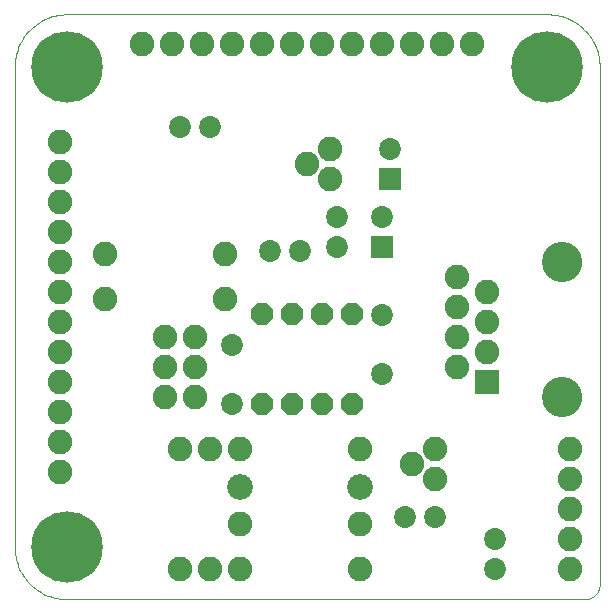
<source format=gbs>
G75*
G70*
%OFA0B0*%
%FSLAX24Y24*%
%IPPOS*%
%LPD*%
%AMOC8*
5,1,8,0,0,1.08239X$1,22.5*
%
%ADD10C,0.0000*%
%ADD11C,0.0820*%
%ADD12R,0.0820X0.0820*%
%ADD13C,0.1340*%
%ADD14C,0.0730*%
%ADD15C,0.2380*%
%ADD16OC8,0.0710*%
%ADD17R,0.0730X0.0730*%
%ADD18C,0.0860*%
D10*
X002925Y001175D02*
X020175Y001175D01*
X020219Y001177D01*
X020262Y001183D01*
X020304Y001192D01*
X020346Y001205D01*
X020386Y001222D01*
X020425Y001242D01*
X020462Y001265D01*
X020496Y001292D01*
X020529Y001321D01*
X020558Y001354D01*
X020585Y001388D01*
X020608Y001425D01*
X020628Y001464D01*
X020645Y001504D01*
X020658Y001546D01*
X020667Y001588D01*
X020673Y001631D01*
X020675Y001675D01*
X020675Y018925D01*
X020673Y019008D01*
X020667Y019091D01*
X020657Y019174D01*
X020643Y019256D01*
X020626Y019338D01*
X020604Y019418D01*
X020579Y019497D01*
X020550Y019575D01*
X020517Y019652D01*
X020480Y019727D01*
X020441Y019800D01*
X020397Y019871D01*
X020351Y019940D01*
X020301Y020007D01*
X020248Y020071D01*
X020192Y020133D01*
X020133Y020192D01*
X020071Y020248D01*
X020007Y020301D01*
X019940Y020351D01*
X019871Y020397D01*
X019800Y020441D01*
X019727Y020480D01*
X019652Y020517D01*
X019575Y020550D01*
X019497Y020579D01*
X019418Y020604D01*
X019338Y020626D01*
X019256Y020643D01*
X019174Y020657D01*
X019091Y020667D01*
X019008Y020673D01*
X018925Y020675D01*
X002925Y020675D01*
X002842Y020673D01*
X002759Y020667D01*
X002676Y020657D01*
X002594Y020643D01*
X002512Y020626D01*
X002432Y020604D01*
X002353Y020579D01*
X002275Y020550D01*
X002198Y020517D01*
X002123Y020480D01*
X002050Y020441D01*
X001979Y020397D01*
X001910Y020351D01*
X001843Y020301D01*
X001779Y020248D01*
X001717Y020192D01*
X001658Y020133D01*
X001602Y020071D01*
X001549Y020007D01*
X001499Y019940D01*
X001453Y019871D01*
X001409Y019800D01*
X001370Y019727D01*
X001333Y019652D01*
X001300Y019575D01*
X001271Y019497D01*
X001246Y019418D01*
X001224Y019338D01*
X001207Y019256D01*
X001193Y019174D01*
X001183Y019091D01*
X001177Y019008D01*
X001175Y018925D01*
X001175Y002925D01*
X001177Y002842D01*
X001183Y002759D01*
X001193Y002676D01*
X001207Y002594D01*
X001224Y002512D01*
X001246Y002432D01*
X001271Y002353D01*
X001300Y002275D01*
X001333Y002198D01*
X001370Y002123D01*
X001409Y002050D01*
X001453Y001979D01*
X001499Y001910D01*
X001549Y001843D01*
X001602Y001779D01*
X001658Y001717D01*
X001717Y001658D01*
X001779Y001602D01*
X001843Y001549D01*
X001910Y001499D01*
X001979Y001453D01*
X002050Y001409D01*
X002123Y001370D01*
X002198Y001333D01*
X002275Y001300D01*
X002353Y001271D01*
X002432Y001246D01*
X002512Y001224D01*
X002594Y001207D01*
X002676Y001193D01*
X002759Y001183D01*
X002842Y001177D01*
X002925Y001175D01*
X018795Y007925D02*
X018797Y007975D01*
X018803Y008025D01*
X018813Y008074D01*
X018827Y008122D01*
X018844Y008169D01*
X018865Y008214D01*
X018890Y008258D01*
X018918Y008299D01*
X018950Y008338D01*
X018984Y008375D01*
X019021Y008409D01*
X019061Y008439D01*
X019103Y008466D01*
X019147Y008490D01*
X019193Y008511D01*
X019240Y008527D01*
X019288Y008540D01*
X019338Y008549D01*
X019387Y008554D01*
X019438Y008555D01*
X019488Y008552D01*
X019537Y008545D01*
X019586Y008534D01*
X019634Y008519D01*
X019680Y008501D01*
X019725Y008479D01*
X019768Y008453D01*
X019809Y008424D01*
X019848Y008392D01*
X019884Y008357D01*
X019916Y008319D01*
X019946Y008279D01*
X019973Y008236D01*
X019996Y008192D01*
X020015Y008146D01*
X020031Y008098D01*
X020043Y008049D01*
X020051Y008000D01*
X020055Y007950D01*
X020055Y007900D01*
X020051Y007850D01*
X020043Y007801D01*
X020031Y007752D01*
X020015Y007704D01*
X019996Y007658D01*
X019973Y007614D01*
X019946Y007571D01*
X019916Y007531D01*
X019884Y007493D01*
X019848Y007458D01*
X019809Y007426D01*
X019768Y007397D01*
X019725Y007371D01*
X019680Y007349D01*
X019634Y007331D01*
X019586Y007316D01*
X019537Y007305D01*
X019488Y007298D01*
X019438Y007295D01*
X019387Y007296D01*
X019338Y007301D01*
X019288Y007310D01*
X019240Y007323D01*
X019193Y007339D01*
X019147Y007360D01*
X019103Y007384D01*
X019061Y007411D01*
X019021Y007441D01*
X018984Y007475D01*
X018950Y007512D01*
X018918Y007551D01*
X018890Y007592D01*
X018865Y007636D01*
X018844Y007681D01*
X018827Y007728D01*
X018813Y007776D01*
X018803Y007825D01*
X018797Y007875D01*
X018795Y007925D01*
X018795Y012425D02*
X018797Y012475D01*
X018803Y012525D01*
X018813Y012574D01*
X018827Y012622D01*
X018844Y012669D01*
X018865Y012714D01*
X018890Y012758D01*
X018918Y012799D01*
X018950Y012838D01*
X018984Y012875D01*
X019021Y012909D01*
X019061Y012939D01*
X019103Y012966D01*
X019147Y012990D01*
X019193Y013011D01*
X019240Y013027D01*
X019288Y013040D01*
X019338Y013049D01*
X019387Y013054D01*
X019438Y013055D01*
X019488Y013052D01*
X019537Y013045D01*
X019586Y013034D01*
X019634Y013019D01*
X019680Y013001D01*
X019725Y012979D01*
X019768Y012953D01*
X019809Y012924D01*
X019848Y012892D01*
X019884Y012857D01*
X019916Y012819D01*
X019946Y012779D01*
X019973Y012736D01*
X019996Y012692D01*
X020015Y012646D01*
X020031Y012598D01*
X020043Y012549D01*
X020051Y012500D01*
X020055Y012450D01*
X020055Y012400D01*
X020051Y012350D01*
X020043Y012301D01*
X020031Y012252D01*
X020015Y012204D01*
X019996Y012158D01*
X019973Y012114D01*
X019946Y012071D01*
X019916Y012031D01*
X019884Y011993D01*
X019848Y011958D01*
X019809Y011926D01*
X019768Y011897D01*
X019725Y011871D01*
X019680Y011849D01*
X019634Y011831D01*
X019586Y011816D01*
X019537Y011805D01*
X019488Y011798D01*
X019438Y011795D01*
X019387Y011796D01*
X019338Y011801D01*
X019288Y011810D01*
X019240Y011823D01*
X019193Y011839D01*
X019147Y011860D01*
X019103Y011884D01*
X019061Y011911D01*
X019021Y011941D01*
X018984Y011975D01*
X018950Y012012D01*
X018918Y012051D01*
X018890Y012092D01*
X018865Y012136D01*
X018844Y012181D01*
X018827Y012228D01*
X018813Y012276D01*
X018803Y012325D01*
X018797Y012375D01*
X018795Y012425D01*
D11*
X016925Y011425D03*
X016925Y010425D03*
X016925Y009425D03*
X015925Y008925D03*
X015925Y009925D03*
X015925Y010925D03*
X015925Y011925D03*
X011675Y015175D03*
X010925Y015675D03*
X011675Y016175D03*
X011425Y019675D03*
X010425Y019675D03*
X009425Y019675D03*
X008425Y019675D03*
X007425Y019675D03*
X006425Y019675D03*
X005425Y019675D03*
X002675Y016425D03*
X002675Y015425D03*
X002675Y014425D03*
X002675Y013425D03*
X002675Y012425D03*
X002675Y011425D03*
X002675Y010425D03*
X002675Y009425D03*
X002675Y008425D03*
X002675Y007425D03*
X002675Y006425D03*
X002675Y005425D03*
X006175Y007925D03*
X006175Y008925D03*
X006175Y009925D03*
X007175Y009925D03*
X007175Y008925D03*
X007175Y007925D03*
X006675Y006175D03*
X007675Y006175D03*
X008675Y006175D03*
X008675Y003675D03*
X008675Y002175D03*
X007675Y002175D03*
X006675Y002175D03*
X012675Y002175D03*
X012675Y003675D03*
X014425Y005675D03*
X015175Y006175D03*
X015175Y005175D03*
X012675Y006175D03*
X008175Y011175D03*
X008175Y012675D03*
X004175Y012675D03*
X004175Y011175D03*
X012425Y019675D03*
X013425Y019675D03*
X014425Y019675D03*
X015425Y019675D03*
X016425Y019675D03*
X019675Y006175D03*
X019675Y005175D03*
X019675Y004175D03*
X019675Y003175D03*
X019675Y002175D03*
D12*
X016925Y008425D03*
D13*
X019425Y007925D03*
X019425Y012425D03*
D14*
X013675Y016175D03*
X013425Y013925D03*
X011925Y013925D03*
X011925Y012925D03*
X010675Y012775D03*
X009675Y012775D03*
X008425Y009659D03*
X008425Y007691D03*
X013425Y008691D03*
X013425Y010659D03*
X007675Y016925D03*
X006675Y016925D03*
X014175Y003925D03*
X015175Y003925D03*
X017175Y003175D03*
X017175Y002175D03*
D15*
X002925Y002925D03*
X002925Y018925D03*
X018925Y018925D03*
D16*
X012425Y010675D03*
X011425Y010675D03*
X010425Y010675D03*
X009425Y010675D03*
X009425Y007675D03*
X010425Y007675D03*
X011425Y007675D03*
X012425Y007675D03*
D17*
X013425Y012925D03*
X013675Y015175D03*
D18*
X012675Y004925D03*
X008675Y004925D03*
M02*

</source>
